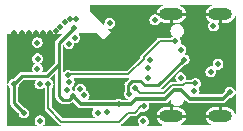
<source format=gbr>
%TF.GenerationSoftware,KiCad,Pcbnew,7.0.10*%
%TF.CreationDate,2024-07-12T16:17:24+02:00*%
%TF.ProjectId,MouthIO_v3,4d6f7574-6849-44f5-9f76-332e6b696361,rev?*%
%TF.SameCoordinates,Original*%
%TF.FileFunction,Copper,L2,Inr*%
%TF.FilePolarity,Positive*%
%FSLAX46Y46*%
G04 Gerber Fmt 4.6, Leading zero omitted, Abs format (unit mm)*
G04 Created by KiCad (PCBNEW 7.0.10) date 2024-07-12 16:17:24*
%MOMM*%
%LPD*%
G01*
G04 APERTURE LIST*
%TA.AperFunction,ComponentPad*%
%ADD10O,2.000000X1.000000*%
%TD*%
%TA.AperFunction,ViaPad*%
%ADD11C,0.504800*%
%TD*%
%TA.AperFunction,Conductor*%
%ADD12C,0.250000*%
%TD*%
%TA.AperFunction,Conductor*%
%ADD13C,0.300000*%
%TD*%
%TA.AperFunction,Conductor*%
%ADD14C,0.200000*%
%TD*%
G04 APERTURE END LIST*
D10*
%TO.N,GND*%
%TO.C,USB-C0*%
X151901100Y-100683600D03*
X151901100Y-109323600D03*
X156051100Y-100683600D03*
X156051100Y-109323600D03*
%TD*%
D11*
%TO.N,GND*%
X148330000Y-109870000D03*
X148921100Y-103293600D03*
X146501100Y-105003600D03*
X143863120Y-101126942D03*
X140440000Y-102303600D03*
X143237600Y-109227600D03*
X141020000Y-102303600D03*
X142120832Y-102117974D03*
X146501100Y-103803600D03*
X139235745Y-102290884D03*
X145251100Y-100303600D03*
X146501100Y-106343600D03*
X143340000Y-101127400D03*
X145301100Y-105003600D03*
X139837692Y-102314308D03*
X142490000Y-101760000D03*
X142875000Y-101375000D03*
X138532409Y-109162963D03*
X155719063Y-106076958D03*
X140790000Y-109000000D03*
X141580000Y-102303600D03*
X145993538Y-101206000D03*
X138600000Y-102300000D03*
X147701100Y-105003600D03*
%TO.N,+3V3*%
X152710287Y-103704942D03*
X156840000Y-107300000D03*
X147431100Y-108323600D03*
X143648700Y-101832203D03*
X143545803Y-107614754D03*
X139415665Y-109063902D03*
X155244347Y-105556005D03*
X146691100Y-101453600D03*
X138550000Y-106620000D03*
X155460000Y-101700000D03*
%TO.N,/EN_LDO*%
X153932400Y-106557600D03*
X148831928Y-106904431D03*
%TO.N,Net-(D2-PadA)*%
X149551475Y-108502012D03*
X141461437Y-106617600D03*
%TO.N,+VBAT*%
X153830000Y-107200000D03*
X150501100Y-101162200D03*
X155845189Y-104936042D03*
%TO.N,Net-(R1-Pad2)*%
X143061549Y-107102656D03*
%TO.N,Net-(USB-C0-CC1)*%
X152690000Y-106070000D03*
%TO.N,Net-(USB-C0-CC2)*%
X149922593Y-106130615D03*
%TO.N,/GPIO19_DP*%
X150101100Y-104603600D03*
%TO.N,/GPIO18_DM*%
X149951100Y-105253600D03*
%TO.N,/GPIO6_DIN*%
X144200816Y-107043609D03*
%TO.N,/GPIO5_BUTTON*%
X143256000Y-106426000D03*
X149525590Y-109750299D03*
%TO.N,/GPIO4_ADC*%
X152232217Y-102975112D03*
X143151100Y-105853600D03*
%TO.N,/GPIO0_CS0*%
X143708033Y-102690000D03*
X140540000Y-103090000D03*
%TO.N,/GPIO1_CS1*%
X143213279Y-103191961D03*
X140556181Y-105289737D03*
%TO.N,/GPIO10_SCL*%
X140777573Y-109704693D03*
X146427859Y-108948437D03*
%TO.N,/GPIO9_STRP_SDA*%
X145648595Y-109024246D03*
X140755600Y-106609878D03*
%TO.N,/GPIO7_CSEND*%
X140568809Y-104461155D03*
X144520000Y-107570000D03*
%TO.N,Net-(U3-ISEL2)*%
X152981709Y-104529067D03*
X148351294Y-107458514D03*
%TD*%
D12*
%TO.N,+3V3*%
X141370000Y-105920000D02*
X139250000Y-105920000D01*
D13*
X143545803Y-107614754D02*
X144254649Y-108323600D01*
D12*
X143209557Y-107951000D02*
X142721933Y-107951000D01*
X142370000Y-104920000D02*
X141370000Y-105920000D01*
D13*
X156840000Y-107300000D02*
X156300000Y-107840000D01*
X148489155Y-108323600D02*
X147431100Y-108323600D01*
D12*
X143545803Y-107614754D02*
X143209557Y-107951000D01*
X139250000Y-105920000D02*
X138550000Y-106620000D01*
X142370000Y-103110903D02*
X143648700Y-101832203D01*
X142721933Y-107951000D02*
X142370000Y-107599067D01*
D13*
X144254649Y-108323600D02*
X147431100Y-108323600D01*
X152100000Y-107120000D02*
X151330000Y-107890000D01*
X152720000Y-107120000D02*
X152100000Y-107120000D01*
X153440000Y-107840000D02*
X152720000Y-107120000D01*
X156300000Y-107840000D02*
X153440000Y-107840000D01*
D12*
X142370000Y-107599067D02*
X142370000Y-104920000D01*
D13*
X151330000Y-107890000D02*
X148922755Y-107890000D01*
D12*
X138550000Y-108198237D02*
X139415665Y-109063902D01*
X138550000Y-106620000D02*
X138550000Y-108198237D01*
D13*
X148922755Y-107890000D02*
X148489155Y-108323600D01*
D12*
X142370000Y-104920000D02*
X142370000Y-103110903D01*
D14*
%TO.N,/EN_LDO*%
X151292999Y-107340000D02*
X149267497Y-107340000D01*
X153048801Y-106557600D02*
X152887801Y-106718600D01*
X153932400Y-106557600D02*
X153048801Y-106557600D01*
X152887801Y-106718600D02*
X151914399Y-106718600D01*
X151914399Y-106718600D02*
X151292999Y-107340000D01*
X149267497Y-107340000D02*
X148831928Y-106904431D01*
%TO.N,Net-(D2-PadA)*%
X147490242Y-109780000D02*
X148248642Y-109021600D01*
X149307988Y-108502012D02*
X149551475Y-108502012D01*
X142570000Y-109780000D02*
X147490242Y-109780000D01*
X148248642Y-109021600D02*
X148788400Y-109021600D01*
X141461437Y-106617600D02*
X141461437Y-108671437D01*
X148788400Y-109021600D02*
X149307988Y-108502012D01*
X141461437Y-108671437D02*
X142570000Y-109780000D01*
%TO.N,/GPIO4_ADC*%
X149548700Y-104351300D02*
X150924888Y-102975112D01*
X148261100Y-105783600D02*
X149548700Y-104496000D01*
X143151100Y-105853600D02*
X143221100Y-105783600D01*
X149548700Y-104496000D02*
X149548700Y-104351300D01*
X150924888Y-102975112D02*
X152232217Y-102975112D01*
X143221100Y-105783600D02*
X148261100Y-105783600D01*
D12*
%TO.N,Net-(U3-ISEL2)*%
X150802761Y-106708015D02*
X152981709Y-104529067D01*
X149658015Y-106708015D02*
X150802761Y-106708015D01*
X148254528Y-106665264D02*
X148592761Y-106327031D01*
X148351294Y-107458514D02*
X148254528Y-107361748D01*
X149277031Y-106327031D02*
X149658015Y-106708015D01*
X148254528Y-107361748D02*
X148254528Y-106665264D01*
X148592761Y-106327031D02*
X149277031Y-106327031D01*
%TD*%
%TA.AperFunction,Conductor*%
%TO.N,GND*%
G36*
X140399416Y-106259852D02*
G01*
X140413768Y-106294500D01*
X140401800Y-106326588D01*
X140370681Y-106362500D01*
X140370680Y-106362502D01*
X140316575Y-106480971D01*
X140298043Y-106609876D01*
X140298043Y-106609879D01*
X140316575Y-106738784D01*
X140331652Y-106771797D01*
X140370679Y-106857252D01*
X140370680Y-106857253D01*
X140370681Y-106857255D01*
X140455962Y-106955675D01*
X140455964Y-106955677D01*
X140565524Y-107026086D01*
X140565526Y-107026087D01*
X140590824Y-107033515D01*
X140690483Y-107062778D01*
X140690488Y-107062778D01*
X140820712Y-107062778D01*
X140820717Y-107062778D01*
X140927643Y-107031380D01*
X140945673Y-107026087D01*
X140945673Y-107026086D01*
X140945676Y-107026086D01*
X141055236Y-106955677D01*
X141068141Y-106940782D01*
X141101674Y-106923996D01*
X141137259Y-106935838D01*
X141142201Y-106940780D01*
X141148966Y-106948586D01*
X141160937Y-106980677D01*
X141160937Y-108614427D01*
X141159261Y-108624698D01*
X141159291Y-108624703D01*
X141158664Y-108629196D01*
X141158664Y-108629201D01*
X141158664Y-108629202D01*
X141160074Y-108659692D01*
X141160885Y-108677246D01*
X141160937Y-108679508D01*
X141160937Y-108699280D01*
X141161596Y-108702806D01*
X141162378Y-108709546D01*
X141162971Y-108722383D01*
X141163852Y-108741427D01*
X141163852Y-108741431D01*
X141170165Y-108755728D01*
X141173504Y-108766512D01*
X141176375Y-108781866D01*
X141176377Y-108781872D01*
X141193171Y-108808996D01*
X141196334Y-108814997D01*
X141209229Y-108844201D01*
X141209230Y-108844202D01*
X141220279Y-108855250D01*
X141227289Y-108864099D01*
X141232600Y-108872676D01*
X141235518Y-108877389D01*
X141260987Y-108896622D01*
X141266106Y-108901077D01*
X142317200Y-109952171D01*
X142323281Y-109960621D01*
X142323305Y-109960604D01*
X142326040Y-109964225D01*
X142326042Y-109964228D01*
X142361608Y-109996651D01*
X142363222Y-109998193D01*
X142377198Y-110012170D01*
X142377201Y-110012172D01*
X142377203Y-110012174D01*
X142380163Y-110014201D01*
X142385476Y-110018410D01*
X142409067Y-110039916D01*
X142423641Y-110045561D01*
X142433626Y-110050825D01*
X142446519Y-110059657D01*
X142477595Y-110066966D01*
X142484065Y-110068970D01*
X142491432Y-110071824D01*
X142518555Y-110097724D01*
X142519419Y-110135217D01*
X142493519Y-110162340D01*
X142474007Y-110166513D01*
X141051252Y-110174596D01*
X141016523Y-110160442D01*
X141001975Y-110125875D01*
X141016129Y-110091146D01*
X141024474Y-110084382D01*
X141077209Y-110050492D01*
X141162494Y-109952067D01*
X141216596Y-109833602D01*
X141216596Y-109833600D01*
X141216597Y-109833599D01*
X141235130Y-109704694D01*
X141235130Y-109704691D01*
X141216597Y-109575786D01*
X141204429Y-109549143D01*
X141162494Y-109457319D01*
X141160241Y-109454719D01*
X141077210Y-109358895D01*
X141077209Y-109358894D01*
X140967649Y-109288485D01*
X140967646Y-109288483D01*
X140842691Y-109251793D01*
X140842690Y-109251793D01*
X140712456Y-109251793D01*
X140712454Y-109251793D01*
X140587499Y-109288483D01*
X140477935Y-109358895D01*
X140392654Y-109457315D01*
X140392653Y-109457317D01*
X140338548Y-109575786D01*
X140320016Y-109704691D01*
X140320016Y-109704694D01*
X140338548Y-109833599D01*
X140359378Y-109879208D01*
X140392652Y-109952067D01*
X140392653Y-109952068D01*
X140392654Y-109952070D01*
X140475443Y-110047614D01*
X140477937Y-110050492D01*
X140535455Y-110087456D01*
X140556843Y-110118259D01*
X140550185Y-110155167D01*
X140519380Y-110176556D01*
X140509241Y-110177675D01*
X138053084Y-110191630D01*
X138018355Y-110177476D01*
X138003807Y-110142909D01*
X138003806Y-110142631D01*
X138003806Y-106688627D01*
X138018158Y-106653979D01*
X138052806Y-106639627D01*
X138087454Y-106653979D01*
X138101307Y-106681654D01*
X138110975Y-106748906D01*
X138132589Y-106796233D01*
X138165079Y-106867374D01*
X138165080Y-106867375D01*
X138165081Y-106867377D01*
X138212532Y-106922138D01*
X138224500Y-106954226D01*
X138224500Y-108181878D01*
X138224314Y-108186148D01*
X138220736Y-108227044D01*
X138229991Y-108261586D01*
X138231361Y-108266697D01*
X138232285Y-108270869D01*
X138239411Y-108311281D01*
X138239412Y-108311283D01*
X138243455Y-108318285D01*
X138248351Y-108330104D01*
X138250445Y-108337919D01*
X138273988Y-108371544D01*
X138276284Y-108375148D01*
X138296804Y-108410690D01*
X138296805Y-108410692D01*
X138328253Y-108437079D01*
X138331405Y-108439968D01*
X138947040Y-109055603D01*
X138960893Y-109083278D01*
X138976640Y-109192808D01*
X138986709Y-109214855D01*
X139030744Y-109311276D01*
X139030745Y-109311277D01*
X139030746Y-109311279D01*
X139111522Y-109404500D01*
X139116029Y-109409701D01*
X139215313Y-109473506D01*
X139225591Y-109480111D01*
X139288068Y-109498456D01*
X139350548Y-109516802D01*
X139350553Y-109516802D01*
X139480777Y-109516802D01*
X139480782Y-109516802D01*
X139605741Y-109480110D01*
X139715301Y-109409701D01*
X139800586Y-109311276D01*
X139854688Y-109192811D01*
X139854688Y-109192809D01*
X139854689Y-109192808D01*
X139873222Y-109063903D01*
X139873222Y-109063900D01*
X139854689Y-108934995D01*
X139839050Y-108900752D01*
X139800586Y-108816528D01*
X139799259Y-108814997D01*
X139715302Y-108718104D01*
X139715301Y-108718103D01*
X139605741Y-108647694D01*
X139605738Y-108647692D01*
X139480783Y-108611002D01*
X139480782Y-108611002D01*
X139443388Y-108611002D01*
X139408740Y-108596650D01*
X138889852Y-108077762D01*
X138875500Y-108043114D01*
X138875500Y-106954226D01*
X138887468Y-106922138D01*
X138893913Y-106914700D01*
X138934921Y-106867374D01*
X138989023Y-106748909D01*
X138989023Y-106748907D01*
X138989024Y-106748906D01*
X139004770Y-106639377D01*
X139018621Y-106611703D01*
X139370475Y-106259852D01*
X139405123Y-106245500D01*
X140364768Y-106245500D01*
X140399416Y-106259852D01*
G37*
%TD.AperFunction*%
%TA.AperFunction,Conductor*%
G36*
X157337162Y-107419558D02*
G01*
X157362717Y-107447007D01*
X157365806Y-107464130D01*
X157365806Y-109081434D01*
X157351454Y-109116082D01*
X157316806Y-109130434D01*
X157282158Y-109116082D01*
X157271813Y-109100842D01*
X157205040Y-108946046D01*
X157205040Y-108946045D01*
X157100343Y-108805414D01*
X156966037Y-108692717D01*
X156809362Y-108614032D01*
X156809360Y-108614031D01*
X156638761Y-108573600D01*
X156176100Y-108573600D01*
X156176100Y-109050299D01*
X156107180Y-109023600D01*
X156023298Y-109023600D01*
X155940850Y-109039012D01*
X155926100Y-109048144D01*
X155926100Y-108573600D01*
X155507421Y-108573600D01*
X155376959Y-108588848D01*
X155376958Y-108588849D01*
X155212213Y-108648811D01*
X155212209Y-108648813D01*
X155065728Y-108745154D01*
X155065723Y-108745158D01*
X154945416Y-108872676D01*
X154945411Y-108872683D01*
X154857751Y-109024515D01*
X154857747Y-109024524D01*
X154807467Y-109192470D01*
X154807465Y-109192480D01*
X154807109Y-109198600D01*
X155774758Y-109198600D01*
X155747205Y-109295440D01*
X155757554Y-109407121D01*
X155778208Y-109448600D01*
X154811571Y-109448600D01*
X154827716Y-109540165D01*
X154827716Y-109540166D01*
X154897159Y-109701153D01*
X154897159Y-109701154D01*
X155001856Y-109841785D01*
X155136162Y-109954482D01*
X155229548Y-110001382D01*
X155254070Y-110029757D01*
X155251345Y-110067161D01*
X155222970Y-110091683D01*
X155207835Y-110094169D01*
X152716105Y-110108325D01*
X152681376Y-110094171D01*
X152666828Y-110059604D01*
X152680982Y-110024875D01*
X152699069Y-110013281D01*
X152739983Y-109998390D01*
X152739990Y-109998386D01*
X152886471Y-109902045D01*
X152886476Y-109902041D01*
X153006783Y-109774523D01*
X153006788Y-109774516D01*
X153094448Y-109622684D01*
X153094452Y-109622675D01*
X153144732Y-109454729D01*
X153144734Y-109454719D01*
X153145091Y-109448600D01*
X152177442Y-109448600D01*
X152204995Y-109351760D01*
X152194646Y-109240079D01*
X152173992Y-109198600D01*
X153140628Y-109198600D01*
X153124483Y-109107034D01*
X153124483Y-109107033D01*
X153055040Y-108946046D01*
X153055040Y-108946045D01*
X152950343Y-108805414D01*
X152816037Y-108692717D01*
X152659362Y-108614032D01*
X152659360Y-108614031D01*
X152488761Y-108573600D01*
X152026100Y-108573600D01*
X152026100Y-109050299D01*
X151957180Y-109023600D01*
X151873298Y-109023600D01*
X151790850Y-109039012D01*
X151776100Y-109048144D01*
X151776100Y-108573600D01*
X151357421Y-108573600D01*
X151226959Y-108588848D01*
X151226958Y-108588849D01*
X151062213Y-108648811D01*
X151062209Y-108648813D01*
X150915728Y-108745154D01*
X150915723Y-108745158D01*
X150795416Y-108872676D01*
X150795411Y-108872683D01*
X150707751Y-109024515D01*
X150707747Y-109024524D01*
X150657467Y-109192470D01*
X150657465Y-109192480D01*
X150657109Y-109198600D01*
X151624758Y-109198600D01*
X151597205Y-109295440D01*
X151607554Y-109407121D01*
X151628208Y-109448600D01*
X150661571Y-109448600D01*
X150677716Y-109540165D01*
X150677716Y-109540166D01*
X150747159Y-109701153D01*
X150747159Y-109701154D01*
X150851856Y-109841785D01*
X150986162Y-109954482D01*
X151125969Y-110024696D01*
X151150491Y-110053071D01*
X151147766Y-110090475D01*
X151119391Y-110114997D01*
X151104256Y-110117483D01*
X149908381Y-110124277D01*
X149873652Y-110110123D01*
X149859104Y-110075556D01*
X149871071Y-110043190D01*
X149896193Y-110014197D01*
X149910511Y-109997673D01*
X149964613Y-109879208D01*
X149964613Y-109879206D01*
X149964614Y-109879205D01*
X149983147Y-109750300D01*
X149983147Y-109750297D01*
X149964614Y-109621392D01*
X149931618Y-109549143D01*
X149910511Y-109502925D01*
X149890213Y-109479500D01*
X149825227Y-109404501D01*
X149825226Y-109404500D01*
X149715666Y-109334091D01*
X149715663Y-109334089D01*
X149590708Y-109297399D01*
X149590707Y-109297399D01*
X149460473Y-109297399D01*
X149460471Y-109297399D01*
X149335516Y-109334089D01*
X149225952Y-109404501D01*
X149140671Y-109502921D01*
X149140670Y-109502923D01*
X149086565Y-109621392D01*
X149068033Y-109750297D01*
X149068033Y-109750300D01*
X149086565Y-109879205D01*
X149115614Y-109942812D01*
X149140669Y-109997673D01*
X149140670Y-109997674D01*
X149140671Y-109997676D01*
X149183856Y-110047514D01*
X149195699Y-110083098D01*
X149178912Y-110116634D01*
X149147102Y-110128601D01*
X147658092Y-110137061D01*
X147623363Y-110122907D01*
X147608815Y-110088340D01*
X147622969Y-110053611D01*
X147638017Y-110043239D01*
X147663007Y-110032206D01*
X147674061Y-110021150D01*
X147682904Y-110014146D01*
X147696194Y-110005919D01*
X147715433Y-109980440D01*
X147719876Y-109975335D01*
X148358762Y-109336452D01*
X148393410Y-109322100D01*
X148731390Y-109322100D01*
X148741661Y-109323775D01*
X148741666Y-109323746D01*
X148746159Y-109324372D01*
X148746161Y-109324371D01*
X148746165Y-109324373D01*
X148792736Y-109322220D01*
X148794211Y-109322152D01*
X148796473Y-109322100D01*
X148816243Y-109322100D01*
X148816244Y-109322100D01*
X148819765Y-109321441D01*
X148826507Y-109320658D01*
X148858392Y-109319185D01*
X148872693Y-109312869D01*
X148883471Y-109309532D01*
X148898833Y-109306661D01*
X148925970Y-109289858D01*
X148931950Y-109286705D01*
X148961165Y-109273806D01*
X148972219Y-109262750D01*
X148981062Y-109255746D01*
X148994352Y-109247519D01*
X149013591Y-109222040D01*
X149018034Y-109216935D01*
X149306692Y-108928277D01*
X149341339Y-108913926D01*
X149357945Y-108917541D01*
X149358036Y-108917233D01*
X149418521Y-108934993D01*
X149486358Y-108954912D01*
X149486363Y-108954912D01*
X149616587Y-108954912D01*
X149616592Y-108954912D01*
X149741551Y-108918220D01*
X149851111Y-108847811D01*
X149936396Y-108749386D01*
X149990498Y-108630921D01*
X149990498Y-108630919D01*
X149990499Y-108630918D01*
X150009032Y-108502013D01*
X150009032Y-108502010D01*
X149990498Y-108373104D01*
X149990498Y-108373102D01*
X149961614Y-108309855D01*
X149960275Y-108272376D01*
X149985831Y-108244928D01*
X150006186Y-108240500D01*
X151288567Y-108240500D01*
X151298622Y-108241543D01*
X151302566Y-108242369D01*
X151315315Y-108245043D01*
X151348743Y-108240876D01*
X151354804Y-108240500D01*
X151359038Y-108240500D01*
X151359040Y-108240500D01*
X151379554Y-108237076D01*
X151381531Y-108236788D01*
X151431393Y-108230573D01*
X151431640Y-108230452D01*
X151445105Y-108226137D01*
X151445381Y-108226092D01*
X151489560Y-108202181D01*
X151491356Y-108201258D01*
X151504072Y-108195042D01*
X151536484Y-108179198D01*
X151536680Y-108179001D01*
X151548014Y-108170549D01*
X151548258Y-108170418D01*
X151582296Y-108133441D01*
X151583652Y-108132028D01*
X151750543Y-107965137D01*
X151785190Y-107950786D01*
X151819838Y-107965138D01*
X151833771Y-107993390D01*
X151840412Y-108043835D01*
X151898399Y-108183828D01*
X151898402Y-108183833D01*
X151963818Y-108269085D01*
X151990649Y-108304051D01*
X152110867Y-108396298D01*
X152110869Y-108396298D01*
X152110871Y-108396300D01*
X152209320Y-108437079D01*
X152250864Y-108454287D01*
X152363380Y-108469100D01*
X152363384Y-108469100D01*
X152438816Y-108469100D01*
X152438820Y-108469100D01*
X152551336Y-108454287D01*
X152691333Y-108396298D01*
X152811551Y-108304051D01*
X152903798Y-108183833D01*
X152961787Y-108043836D01*
X152970499Y-107977660D01*
X152989251Y-107945183D01*
X153025476Y-107935476D01*
X153053726Y-107949408D01*
X153077419Y-107973100D01*
X153162859Y-108058540D01*
X153169232Y-108066387D01*
X153178563Y-108080669D01*
X153205146Y-108101359D01*
X153209698Y-108105379D01*
X153212694Y-108108375D01*
X153229555Y-108120413D01*
X153229594Y-108120441D01*
X153231218Y-108121652D01*
X153246397Y-108133466D01*
X153270874Y-108152517D01*
X153271141Y-108152608D01*
X153283705Y-108159076D01*
X153283934Y-108159240D01*
X153332084Y-108173575D01*
X153334003Y-108174190D01*
X153339666Y-108176134D01*
X153381512Y-108190500D01*
X153381797Y-108190500D01*
X153395770Y-108192535D01*
X153396046Y-108192617D01*
X153446227Y-108190541D01*
X153448250Y-108190500D01*
X156258567Y-108190500D01*
X156268622Y-108191543D01*
X156272566Y-108192369D01*
X156285315Y-108195043D01*
X156318743Y-108190876D01*
X156324804Y-108190500D01*
X156329038Y-108190500D01*
X156329040Y-108190500D01*
X156349554Y-108187076D01*
X156351531Y-108186788D01*
X156401393Y-108180573D01*
X156401640Y-108180452D01*
X156415105Y-108176137D01*
X156415381Y-108176092D01*
X156459560Y-108152181D01*
X156461356Y-108151258D01*
X156506484Y-108129198D01*
X156506680Y-108129001D01*
X156518014Y-108120549D01*
X156518258Y-108120418D01*
X156552296Y-108083441D01*
X156553652Y-108082028D01*
X156868430Y-107767252D01*
X156901656Y-107753488D01*
X156901644Y-107753399D01*
X156901995Y-107753348D01*
X156903078Y-107752900D01*
X156905112Y-107752900D01*
X156905117Y-107752900D01*
X157030076Y-107716208D01*
X157139636Y-107645799D01*
X157224921Y-107547374D01*
X157272234Y-107443773D01*
X157299683Y-107418219D01*
X157337162Y-107419558D01*
G37*
%TD.AperFunction*%
%TA.AperFunction,Conductor*%
G36*
X142030148Y-105789473D02*
G01*
X142044500Y-105824121D01*
X142044500Y-107582708D01*
X142044314Y-107586978D01*
X142040736Y-107627874D01*
X142051361Y-107667527D01*
X142052285Y-107671699D01*
X142059411Y-107712111D01*
X142059412Y-107712113D01*
X142063455Y-107719115D01*
X142068351Y-107730934D01*
X142070445Y-107738749D01*
X142093988Y-107772374D01*
X142096284Y-107775978D01*
X142116804Y-107811520D01*
X142116805Y-107811522D01*
X142148253Y-107837909D01*
X142151405Y-107840798D01*
X142480207Y-108169601D01*
X142483095Y-108172753D01*
X142509474Y-108204191D01*
X142509476Y-108204192D01*
X142509478Y-108204194D01*
X142545032Y-108224720D01*
X142548622Y-108227007D01*
X142582249Y-108250553D01*
X142590061Y-108252646D01*
X142601878Y-108257541D01*
X142608888Y-108261588D01*
X142649328Y-108268718D01*
X142653480Y-108269639D01*
X142693126Y-108280263D01*
X142734013Y-108276686D01*
X142738283Y-108276500D01*
X143193198Y-108276500D01*
X143197468Y-108276686D01*
X143200243Y-108276928D01*
X143238364Y-108280264D01*
X143278014Y-108269638D01*
X143282175Y-108268715D01*
X143322602Y-108261588D01*
X143329611Y-108257540D01*
X143341428Y-108252646D01*
X143349241Y-108250554D01*
X143382871Y-108227004D01*
X143386442Y-108224729D01*
X143422012Y-108204194D01*
X143448411Y-108172731D01*
X143451281Y-108169601D01*
X143493478Y-108127403D01*
X143528124Y-108113053D01*
X143562772Y-108127405D01*
X143977510Y-108542143D01*
X143983882Y-108549989D01*
X143993212Y-108564269D01*
X144005201Y-108573600D01*
X144019791Y-108584956D01*
X144024343Y-108588976D01*
X144027342Y-108591975D01*
X144044278Y-108604068D01*
X144045900Y-108605278D01*
X144085518Y-108636114D01*
X144085521Y-108636115D01*
X144085523Y-108636117D01*
X144085790Y-108636208D01*
X144098353Y-108642676D01*
X144098581Y-108642839D01*
X144098582Y-108642839D01*
X144098583Y-108642840D01*
X144146751Y-108657180D01*
X144148607Y-108657774D01*
X144196161Y-108674100D01*
X144196447Y-108674100D01*
X144210420Y-108676135D01*
X144210696Y-108676217D01*
X144260875Y-108674141D01*
X144262900Y-108674100D01*
X145245431Y-108674100D01*
X145280079Y-108688452D01*
X145294431Y-108723100D01*
X145282463Y-108755188D01*
X145263676Y-108776868D01*
X145263675Y-108776870D01*
X145209570Y-108895339D01*
X145191038Y-109024244D01*
X145191038Y-109024247D01*
X145209570Y-109153152D01*
X145229053Y-109195812D01*
X145263674Y-109271620D01*
X145263675Y-109271621D01*
X145263676Y-109271623D01*
X145348959Y-109370045D01*
X145378887Y-109389279D01*
X145400276Y-109420084D01*
X145393617Y-109456991D01*
X145362812Y-109478380D01*
X145352396Y-109479500D01*
X142714767Y-109479500D01*
X142680119Y-109465148D01*
X141776289Y-108561318D01*
X141761937Y-108526670D01*
X141761937Y-106980677D01*
X141773905Y-106948589D01*
X141777432Y-106944519D01*
X141846358Y-106864974D01*
X141900460Y-106746509D01*
X141900460Y-106746507D01*
X141900461Y-106746506D01*
X141918994Y-106617601D01*
X141918994Y-106617598D01*
X141900461Y-106488693D01*
X141890276Y-106466392D01*
X141846358Y-106370226D01*
X141844570Y-106368163D01*
X141761074Y-106271802D01*
X141761073Y-106271801D01*
X141651513Y-106201392D01*
X141651510Y-106201391D01*
X141651507Y-106201389D01*
X141651446Y-106201371D01*
X141651417Y-106201347D01*
X141648322Y-106199934D01*
X141648683Y-106199143D01*
X141622250Y-106177833D01*
X141618249Y-106140544D01*
X141630611Y-106119713D01*
X141960853Y-105789472D01*
X141995500Y-105775121D01*
X142030148Y-105789473D01*
G37*
%TD.AperFunction*%
%TA.AperFunction,Conductor*%
G36*
X148214361Y-106085775D02*
G01*
X148214366Y-106085746D01*
X148218859Y-106086372D01*
X148218861Y-106086371D01*
X148218865Y-106086373D01*
X148254220Y-106084738D01*
X148289493Y-106097475D01*
X148305430Y-106131423D01*
X148292693Y-106166697D01*
X148291130Y-106168334D01*
X148035931Y-106423533D01*
X148032781Y-106426420D01*
X148001334Y-106452808D01*
X147980805Y-106488363D01*
X147978510Y-106491966D01*
X147954973Y-106525581D01*
X147954972Y-106525581D01*
X147952879Y-106533396D01*
X147947986Y-106545209D01*
X147943942Y-106552214D01*
X147943938Y-106552224D01*
X147936815Y-106592621D01*
X147935891Y-106596793D01*
X147925264Y-106636457D01*
X147925541Y-106639627D01*
X147928842Y-106677351D01*
X147929028Y-106681621D01*
X147929028Y-107282252D01*
X147924600Y-107302607D01*
X147912269Y-107329606D01*
X147893737Y-107458512D01*
X147893737Y-107458515D01*
X147912269Y-107587420D01*
X147938930Y-107645797D01*
X147966373Y-107705888D01*
X147966374Y-107705889D01*
X147966375Y-107705891D01*
X148051656Y-107804311D01*
X148051658Y-107804313D01*
X148106072Y-107839282D01*
X148161220Y-107874723D01*
X148169264Y-107877085D01*
X148198465Y-107900617D01*
X148202474Y-107937905D01*
X148178942Y-107967106D01*
X148155459Y-107973100D01*
X147737809Y-107973100D01*
X147711318Y-107965322D01*
X147621173Y-107907390D01*
X147496218Y-107870700D01*
X147496217Y-107870700D01*
X147365983Y-107870700D01*
X147365981Y-107870700D01*
X147241026Y-107907390D01*
X147150882Y-107965322D01*
X147124391Y-107973100D01*
X144877280Y-107973100D01*
X144842632Y-107958748D01*
X144828280Y-107924100D01*
X144840248Y-107892012D01*
X144904918Y-107817377D01*
X144904921Y-107817374D01*
X144959023Y-107698909D01*
X144959023Y-107698907D01*
X144959024Y-107698906D01*
X144977557Y-107570001D01*
X144977557Y-107569998D01*
X144959024Y-107441093D01*
X144949189Y-107419558D01*
X144904921Y-107322626D01*
X144876348Y-107289651D01*
X144819637Y-107224202D01*
X144819636Y-107224201D01*
X144710076Y-107153792D01*
X144710073Y-107153791D01*
X144686004Y-107146723D01*
X144656803Y-107123190D01*
X144651309Y-107092736D01*
X144658373Y-107043609D01*
X144658373Y-107043607D01*
X144639840Y-106914702D01*
X144632233Y-106898046D01*
X144585737Y-106796235D01*
X144564563Y-106771799D01*
X144500453Y-106697811D01*
X144500452Y-106697810D01*
X144390892Y-106627401D01*
X144390889Y-106627399D01*
X144265934Y-106590709D01*
X144265933Y-106590709D01*
X144135699Y-106590709D01*
X144135697Y-106590709D01*
X144010742Y-106627399D01*
X143901178Y-106697811D01*
X143815897Y-106796231D01*
X143815896Y-106796233D01*
X143761791Y-106914702D01*
X143743259Y-107043607D01*
X143743259Y-107043610D01*
X143755991Y-107132168D01*
X143746716Y-107168506D01*
X143714463Y-107187642D01*
X143693685Y-107186156D01*
X143610921Y-107161854D01*
X143610920Y-107161854D01*
X143567144Y-107161854D01*
X143532496Y-107147502D01*
X143518144Y-107112854D01*
X143518642Y-107105884D01*
X143519106Y-107102655D01*
X143519106Y-107102653D01*
X143500573Y-106973749D01*
X143492320Y-106955678D01*
X143459401Y-106883598D01*
X143458063Y-106846122D01*
X143477480Y-106822025D01*
X143555636Y-106771799D01*
X143640921Y-106673374D01*
X143695023Y-106554909D01*
X143695023Y-106554907D01*
X143695024Y-106554906D01*
X143713557Y-106426001D01*
X143713557Y-106425998D01*
X143695024Y-106297093D01*
X143683473Y-106271801D01*
X143640921Y-106178626D01*
X143640763Y-106178444D01*
X143629278Y-106165189D01*
X143617434Y-106129605D01*
X143634220Y-106096069D01*
X143666309Y-106084100D01*
X148204090Y-106084100D01*
X148214361Y-106085775D01*
G37*
%TD.AperFunction*%
%TA.AperFunction,Conductor*%
G36*
X151145647Y-99904262D02*
G01*
X151159999Y-99938910D01*
X151145647Y-99973558D01*
X151127758Y-99984955D01*
X151062213Y-100008811D01*
X151062209Y-100008813D01*
X150915728Y-100105154D01*
X150915723Y-100105158D01*
X150795416Y-100232676D01*
X150795411Y-100232683D01*
X150707751Y-100384515D01*
X150707747Y-100384524D01*
X150657467Y-100552470D01*
X150657465Y-100552480D01*
X150657109Y-100558600D01*
X151624758Y-100558600D01*
X151597205Y-100655440D01*
X151607554Y-100767121D01*
X151628208Y-100808600D01*
X150802985Y-100808600D01*
X150776494Y-100800822D01*
X150691173Y-100745990D01*
X150566218Y-100709300D01*
X150566217Y-100709300D01*
X150435983Y-100709300D01*
X150435981Y-100709300D01*
X150311026Y-100745990D01*
X150201462Y-100816402D01*
X150116181Y-100914822D01*
X150116180Y-100914824D01*
X150062075Y-101033293D01*
X150043543Y-101162198D01*
X150043543Y-101162201D01*
X150062075Y-101291106D01*
X150086335Y-101344226D01*
X150116179Y-101409574D01*
X150116180Y-101409575D01*
X150116181Y-101409577D01*
X150182752Y-101486404D01*
X150201464Y-101507999D01*
X150311024Y-101578408D01*
X150311026Y-101578409D01*
X150332891Y-101584829D01*
X150435983Y-101615100D01*
X150435988Y-101615100D01*
X150566212Y-101615100D01*
X150566217Y-101615100D01*
X150691176Y-101578408D01*
X150800736Y-101507999D01*
X150886021Y-101409574D01*
X150918906Y-101337565D01*
X150946354Y-101312010D01*
X150983833Y-101313349D01*
X150985469Y-101314133D01*
X151142837Y-101393167D01*
X151142839Y-101393168D01*
X151313439Y-101433600D01*
X151776100Y-101433600D01*
X151776100Y-100956900D01*
X151845020Y-100983600D01*
X151928902Y-100983600D01*
X152011350Y-100968188D01*
X152026100Y-100959055D01*
X152026100Y-101433600D01*
X152444779Y-101433600D01*
X152575240Y-101418351D01*
X152575241Y-101418350D01*
X152739986Y-101358388D01*
X152739990Y-101358386D01*
X152886471Y-101262045D01*
X152886476Y-101262041D01*
X153006783Y-101134523D01*
X153006788Y-101134516D01*
X153094448Y-100982684D01*
X153094452Y-100982675D01*
X153144732Y-100814729D01*
X153144734Y-100814719D01*
X153145091Y-100808600D01*
X152177442Y-100808600D01*
X152204995Y-100711760D01*
X152194646Y-100600079D01*
X152173992Y-100558600D01*
X153140628Y-100558600D01*
X153124483Y-100467034D01*
X153124483Y-100467033D01*
X153055040Y-100306046D01*
X153055040Y-100306045D01*
X152950343Y-100165414D01*
X152816037Y-100052717D01*
X152676617Y-99982698D01*
X152652095Y-99954323D01*
X152654820Y-99916919D01*
X152683195Y-99892397D01*
X152698608Y-99889910D01*
X155260999Y-99889910D01*
X155295647Y-99904262D01*
X155309999Y-99938910D01*
X155295647Y-99973558D01*
X155277758Y-99984955D01*
X155212213Y-100008811D01*
X155212209Y-100008813D01*
X155065728Y-100105154D01*
X155065723Y-100105158D01*
X154945416Y-100232676D01*
X154945411Y-100232683D01*
X154857751Y-100384515D01*
X154857747Y-100384524D01*
X154807467Y-100552470D01*
X154807465Y-100552480D01*
X154807109Y-100558600D01*
X155774758Y-100558600D01*
X155747205Y-100655440D01*
X155757554Y-100767121D01*
X155778208Y-100808600D01*
X154811571Y-100808600D01*
X154827716Y-100900165D01*
X154827716Y-100900166D01*
X154897159Y-101061153D01*
X154897159Y-101061154D01*
X155001856Y-101201785D01*
X155131966Y-101310961D01*
X155149283Y-101344226D01*
X155138005Y-101379994D01*
X155137501Y-101380585D01*
X155075081Y-101452622D01*
X155075080Y-101452624D01*
X155020975Y-101571093D01*
X155002443Y-101699998D01*
X155002443Y-101700001D01*
X155020975Y-101828906D01*
X155050024Y-101892513D01*
X155075079Y-101947374D01*
X155075080Y-101947375D01*
X155075081Y-101947377D01*
X155088934Y-101963364D01*
X155160364Y-102045799D01*
X155265866Y-102113600D01*
X155269926Y-102116209D01*
X155332403Y-102134554D01*
X155394883Y-102152900D01*
X155394888Y-102152900D01*
X155525112Y-102152900D01*
X155525117Y-102152900D01*
X155650076Y-102116208D01*
X155759636Y-102045799D01*
X155844921Y-101947374D01*
X155899023Y-101828909D01*
X155899023Y-101828907D01*
X155899024Y-101828906D01*
X155917557Y-101700001D01*
X155917557Y-101699998D01*
X155899024Y-101571093D01*
X155867906Y-101502956D01*
X155866567Y-101465477D01*
X155892122Y-101438028D01*
X155912478Y-101433600D01*
X155926100Y-101433600D01*
X155926100Y-100956900D01*
X155995020Y-100983600D01*
X156078902Y-100983600D01*
X156161350Y-100968188D01*
X156176100Y-100959055D01*
X156176100Y-101433600D01*
X156594779Y-101433600D01*
X156725240Y-101418351D01*
X156725241Y-101418350D01*
X156889986Y-101358388D01*
X156889990Y-101358386D01*
X157036471Y-101262045D01*
X157036476Y-101262041D01*
X157156783Y-101134523D01*
X157156788Y-101134516D01*
X157244448Y-100982684D01*
X157244452Y-100982673D01*
X157269865Y-100897792D01*
X157293551Y-100868715D01*
X157330859Y-100864904D01*
X157359936Y-100888590D01*
X157365806Y-100911845D01*
X157365806Y-107135869D01*
X157351454Y-107170517D01*
X157316806Y-107184869D01*
X157282158Y-107170517D01*
X157272234Y-107156225D01*
X157257147Y-107123190D01*
X157224921Y-107052626D01*
X157213547Y-107039500D01*
X157139637Y-106954202D01*
X157139636Y-106954201D01*
X157030076Y-106883792D01*
X157030073Y-106883790D01*
X156905118Y-106847100D01*
X156905117Y-106847100D01*
X156774883Y-106847100D01*
X156774881Y-106847100D01*
X156649926Y-106883790D01*
X156540362Y-106954202D01*
X156455081Y-107052622D01*
X156455080Y-107052624D01*
X156400977Y-107171090D01*
X156391165Y-107239331D01*
X156377311Y-107267005D01*
X156272509Y-107371809D01*
X156169170Y-107475148D01*
X156134522Y-107489500D01*
X154271928Y-107489500D01*
X154237280Y-107475148D01*
X154222928Y-107440500D01*
X154227355Y-107420147D01*
X154269023Y-107328909D01*
X154269023Y-107328907D01*
X154269024Y-107328906D01*
X154287557Y-107200001D01*
X154287557Y-107199998D01*
X154269024Y-107071093D01*
X154260588Y-107052622D01*
X154218902Y-106961344D01*
X154217564Y-106923869D01*
X154229866Y-106906156D01*
X154229741Y-106906048D01*
X154230751Y-106904881D01*
X154231398Y-106903951D01*
X154232029Y-106903402D01*
X154232036Y-106903399D01*
X154317321Y-106804974D01*
X154371423Y-106686509D01*
X154371423Y-106686507D01*
X154371424Y-106686506D01*
X154389957Y-106557601D01*
X154389957Y-106557598D01*
X154371424Y-106428693D01*
X154361120Y-106406132D01*
X154317321Y-106310226D01*
X154305941Y-106297093D01*
X154232037Y-106211802D01*
X154232036Y-106211801D01*
X154122476Y-106141392D01*
X154122473Y-106141390D01*
X153997518Y-106104700D01*
X153997517Y-106104700D01*
X153867283Y-106104700D01*
X153867281Y-106104700D01*
X153742326Y-106141390D01*
X153632763Y-106211801D01*
X153608167Y-106240188D01*
X153574631Y-106256975D01*
X153571135Y-106257100D01*
X153177206Y-106257100D01*
X153142558Y-106242748D01*
X153128206Y-106208100D01*
X153128705Y-106201127D01*
X153147557Y-106070001D01*
X153147557Y-106069998D01*
X153129024Y-105941093D01*
X153125029Y-105932346D01*
X153074921Y-105822626D01*
X153058246Y-105803382D01*
X152989637Y-105724202D01*
X152989636Y-105724201D01*
X152880076Y-105653792D01*
X152880073Y-105653790D01*
X152755118Y-105617100D01*
X152755117Y-105617100D01*
X152624883Y-105617100D01*
X152624881Y-105617100D01*
X152499926Y-105653790D01*
X152390362Y-105724202D01*
X152305081Y-105822622D01*
X152305080Y-105822624D01*
X152250975Y-105941093D01*
X152232443Y-106069998D01*
X152232443Y-106070001D01*
X152250975Y-106198906D01*
X152256865Y-106211802D01*
X152305079Y-106317374D01*
X152305080Y-106317375D01*
X152305081Y-106317377D01*
X152322095Y-106337012D01*
X152333938Y-106372596D01*
X152317151Y-106406132D01*
X152285063Y-106418100D01*
X151971409Y-106418100D01*
X151961137Y-106416424D01*
X151961133Y-106416454D01*
X151956639Y-106415827D01*
X151956634Y-106415827D01*
X151915741Y-106417717D01*
X151908588Y-106418048D01*
X151906326Y-106418100D01*
X151886555Y-106418100D01*
X151885598Y-106418278D01*
X151883021Y-106418760D01*
X151876292Y-106419540D01*
X151844405Y-106421015D01*
X151830102Y-106427329D01*
X151819322Y-106430667D01*
X151803969Y-106433538D01*
X151803965Y-106433539D01*
X151776827Y-106450340D01*
X151770830Y-106453500D01*
X151741636Y-106466392D01*
X151741634Y-106466394D01*
X151730584Y-106477443D01*
X151721737Y-106484450D01*
X151708447Y-106492680D01*
X151689213Y-106518149D01*
X151684759Y-106523267D01*
X151182880Y-107025148D01*
X151148232Y-107039500D01*
X151054603Y-107039500D01*
X151019955Y-107025148D01*
X151005603Y-106990500D01*
X151017066Y-106959005D01*
X151041604Y-106929760D01*
X151044482Y-106926618D01*
X152415095Y-105556006D01*
X154786790Y-105556006D01*
X154805322Y-105684911D01*
X154823490Y-105724691D01*
X154859426Y-105803379D01*
X154859427Y-105803380D01*
X154859428Y-105803382D01*
X154928624Y-105883239D01*
X154944711Y-105901804D01*
X155005844Y-105941091D01*
X155054273Y-105972214D01*
X155088293Y-105982203D01*
X155179230Y-106008905D01*
X155179235Y-106008905D01*
X155309459Y-106008905D01*
X155309464Y-106008905D01*
X155434423Y-105972213D01*
X155543983Y-105901804D01*
X155629268Y-105803379D01*
X155683370Y-105684914D01*
X155683370Y-105684912D01*
X155683371Y-105684911D01*
X155701904Y-105556006D01*
X155701904Y-105556003D01*
X155684231Y-105433082D01*
X155693506Y-105396744D01*
X155725759Y-105377608D01*
X155746531Y-105379093D01*
X155780072Y-105388942D01*
X155780077Y-105388942D01*
X155910301Y-105388942D01*
X155910306Y-105388942D01*
X156035265Y-105352250D01*
X156144825Y-105281841D01*
X156230110Y-105183416D01*
X156284212Y-105064951D01*
X156284212Y-105064949D01*
X156284213Y-105064948D01*
X156302746Y-104936043D01*
X156302746Y-104936040D01*
X156284213Y-104807135D01*
X156280218Y-104798388D01*
X156230110Y-104688668D01*
X156203515Y-104657976D01*
X156144826Y-104590244D01*
X156144825Y-104590243D01*
X156035265Y-104519834D01*
X156035262Y-104519832D01*
X155910307Y-104483142D01*
X155910306Y-104483142D01*
X155780072Y-104483142D01*
X155780070Y-104483142D01*
X155655115Y-104519832D01*
X155545551Y-104590244D01*
X155460270Y-104688664D01*
X155460269Y-104688666D01*
X155406164Y-104807135D01*
X155387632Y-104936040D01*
X155387632Y-104936043D01*
X155405304Y-105058964D01*
X155396029Y-105095302D01*
X155363776Y-105114438D01*
X155342999Y-105112952D01*
X155325151Y-105107711D01*
X155309465Y-105103105D01*
X155309464Y-105103105D01*
X155179230Y-105103105D01*
X155179228Y-105103105D01*
X155054273Y-105139795D01*
X154944709Y-105210207D01*
X154859428Y-105308627D01*
X154859427Y-105308629D01*
X154805322Y-105427098D01*
X154786790Y-105556003D01*
X154786790Y-105556006D01*
X152415095Y-105556006D01*
X152974783Y-104996319D01*
X153009431Y-104981967D01*
X153046821Y-104981967D01*
X153046826Y-104981967D01*
X153171785Y-104945275D01*
X153281345Y-104874866D01*
X153366630Y-104776441D01*
X153420732Y-104657976D01*
X153420732Y-104657974D01*
X153420733Y-104657973D01*
X153439266Y-104529068D01*
X153439266Y-104529065D01*
X153420733Y-104400160D01*
X153413233Y-104383737D01*
X153366630Y-104281693D01*
X153352479Y-104265362D01*
X153281346Y-104183269D01*
X153281345Y-104183268D01*
X153175672Y-104115357D01*
X153171782Y-104112857D01*
X153086309Y-104087760D01*
X153073000Y-104083852D01*
X153043800Y-104060321D01*
X153039791Y-104023033D01*
X153049774Y-104004750D01*
X153095205Y-103952319D01*
X153095208Y-103952316D01*
X153149310Y-103833851D01*
X153149310Y-103833849D01*
X153149311Y-103833848D01*
X153167844Y-103704943D01*
X153167844Y-103704940D01*
X153149311Y-103576035D01*
X153131830Y-103537758D01*
X153095208Y-103457568D01*
X153079409Y-103439335D01*
X153009924Y-103359144D01*
X153009923Y-103359143D01*
X152918742Y-103300545D01*
X152900360Y-103288732D01*
X152775405Y-103252042D01*
X152775404Y-103252042D01*
X152679886Y-103252042D01*
X152645238Y-103237690D01*
X152630886Y-103203042D01*
X152635314Y-103182686D01*
X152671240Y-103104021D01*
X152671240Y-103104019D01*
X152671241Y-103104018D01*
X152689774Y-102975113D01*
X152689774Y-102975110D01*
X152671241Y-102846205D01*
X152658775Y-102818909D01*
X152617138Y-102727738D01*
X152617135Y-102727734D01*
X152610173Y-102719699D01*
X152598331Y-102684115D01*
X152615119Y-102650579D01*
X152628451Y-102642344D01*
X152691333Y-102616298D01*
X152811551Y-102524051D01*
X152903798Y-102403833D01*
X152961787Y-102263836D01*
X152981566Y-102113600D01*
X152961787Y-101963364D01*
X152955164Y-101947374D01*
X152903800Y-101823371D01*
X152903797Y-101823366D01*
X152885406Y-101799399D01*
X152811551Y-101703149D01*
X152808720Y-101700977D01*
X152691333Y-101610902D01*
X152691328Y-101610899D01*
X152551335Y-101552912D01*
X152473994Y-101542730D01*
X152438820Y-101538100D01*
X152363380Y-101538100D01*
X152331525Y-101542293D01*
X152250864Y-101552912D01*
X152110871Y-101610899D01*
X152110866Y-101610902D01*
X151990649Y-101703148D01*
X151990648Y-101703149D01*
X151898402Y-101823366D01*
X151898399Y-101823371D01*
X151840412Y-101963364D01*
X151820634Y-102113600D01*
X151840412Y-102263835D01*
X151898399Y-102403828D01*
X151898402Y-102403833D01*
X151992604Y-102526599D01*
X151991195Y-102527680D01*
X152003367Y-102557065D01*
X151989015Y-102591713D01*
X151980858Y-102598286D01*
X151932583Y-102629309D01*
X151932581Y-102629311D01*
X151907984Y-102657700D01*
X151874448Y-102674487D01*
X151870952Y-102674612D01*
X150981899Y-102674612D01*
X150971627Y-102672936D01*
X150971623Y-102672966D01*
X150967129Y-102672339D01*
X150967124Y-102672339D01*
X150926231Y-102674229D01*
X150919078Y-102674560D01*
X150916816Y-102674612D01*
X150897044Y-102674612D01*
X150896087Y-102674790D01*
X150893510Y-102675272D01*
X150886781Y-102676052D01*
X150854895Y-102677527D01*
X150840592Y-102683841D01*
X150829812Y-102687179D01*
X150814458Y-102690050D01*
X150814456Y-102690050D01*
X150801300Y-102698195D01*
X150787321Y-102706850D01*
X150781326Y-102710010D01*
X150752127Y-102722903D01*
X150752122Y-102722907D01*
X150741073Y-102733955D01*
X150732226Y-102740962D01*
X150718936Y-102749192D01*
X150699702Y-102774661D01*
X150695248Y-102779779D01*
X149376525Y-104098502D01*
X149368074Y-104104584D01*
X149368093Y-104104608D01*
X149364468Y-104107345D01*
X149332058Y-104142895D01*
X149330497Y-104144530D01*
X149316533Y-104158494D01*
X149316524Y-104158505D01*
X149314490Y-104161473D01*
X149310287Y-104166778D01*
X149288785Y-104190365D01*
X149288783Y-104190368D01*
X149283136Y-104204944D01*
X149277872Y-104214930D01*
X149269043Y-104227819D01*
X149269043Y-104227820D01*
X149261736Y-104258883D01*
X149259730Y-104265362D01*
X149248200Y-104295128D01*
X149248200Y-104310753D01*
X149246898Y-104321972D01*
X149243321Y-104337176D01*
X149243321Y-104337182D01*
X149244752Y-104347439D01*
X149235325Y-104383737D01*
X149230870Y-104388856D01*
X148150981Y-105468748D01*
X148116333Y-105483100D01*
X143426688Y-105483100D01*
X143400197Y-105475322D01*
X143341173Y-105437390D01*
X143216218Y-105400700D01*
X143216217Y-105400700D01*
X143085983Y-105400700D01*
X143085981Y-105400700D01*
X142961026Y-105437390D01*
X142851462Y-105507802D01*
X142781532Y-105588506D01*
X142747996Y-105605293D01*
X142712412Y-105593450D01*
X142695625Y-105559914D01*
X142695500Y-105556418D01*
X142695500Y-104969305D01*
X142697170Y-104956621D01*
X142699105Y-104949399D01*
X142699264Y-104948807D01*
X142695686Y-104907908D01*
X142695500Y-104903638D01*
X142695500Y-103373667D01*
X142709852Y-103339019D01*
X142744500Y-103324667D01*
X142779148Y-103339019D01*
X142789070Y-103353309D01*
X142828358Y-103439335D01*
X142828359Y-103439336D01*
X142828360Y-103439338D01*
X142861005Y-103477012D01*
X142913643Y-103537760D01*
X143023203Y-103608169D01*
X143023205Y-103608170D01*
X143085682Y-103626515D01*
X143148162Y-103644861D01*
X143148167Y-103644861D01*
X143278391Y-103644861D01*
X143278396Y-103644861D01*
X143403355Y-103608169D01*
X143512915Y-103537760D01*
X143598200Y-103439335D01*
X143652302Y-103320870D01*
X143652302Y-103320868D01*
X143652303Y-103320867D01*
X143670836Y-103191962D01*
X143670836Y-103191900D01*
X143670849Y-103191866D01*
X143671335Y-103188492D01*
X143672196Y-103188615D01*
X143685188Y-103157252D01*
X143719836Y-103142900D01*
X143773145Y-103142900D01*
X143773150Y-103142900D01*
X143898109Y-103106208D01*
X144007669Y-103035799D01*
X144092954Y-102937374D01*
X144147056Y-102818909D01*
X144147056Y-102818907D01*
X144147057Y-102818906D01*
X144165590Y-102690001D01*
X144165590Y-102689998D01*
X144147057Y-102561093D01*
X144130140Y-102524051D01*
X144092954Y-102442626D01*
X144067333Y-102413058D01*
X144046069Y-102388517D01*
X144034226Y-102352933D01*
X144051013Y-102319397D01*
X144082385Y-102307434D01*
X145540515Y-102286211D01*
X145575367Y-102300057D01*
X145575875Y-102300558D01*
X146119806Y-102844489D01*
X146778385Y-102185910D01*
X146581748Y-101989273D01*
X146567396Y-101954625D01*
X146581748Y-101919977D01*
X146616396Y-101905625D01*
X146623374Y-101906124D01*
X146625978Y-101906498D01*
X146625983Y-101906500D01*
X146625988Y-101906500D01*
X146756212Y-101906500D01*
X146756217Y-101906500D01*
X146881176Y-101869808D01*
X146990736Y-101799399D01*
X147076021Y-101700974D01*
X147130123Y-101582509D01*
X147130123Y-101582507D01*
X147130124Y-101582506D01*
X147148657Y-101453601D01*
X147148657Y-101453598D01*
X147130124Y-101324693D01*
X147114785Y-101291106D01*
X147076021Y-101206226D01*
X147037873Y-101162201D01*
X146990737Y-101107802D01*
X146990736Y-101107801D01*
X146881176Y-101037392D01*
X146881173Y-101037390D01*
X146756218Y-101000700D01*
X146756217Y-101000700D01*
X146625983Y-101000700D01*
X146625981Y-101000700D01*
X146501026Y-101037390D01*
X146391462Y-101107802D01*
X146306181Y-101206222D01*
X146306180Y-101206224D01*
X146252075Y-101324693D01*
X146233543Y-101453598D01*
X146233543Y-101453601D01*
X146244070Y-101526825D01*
X146234795Y-101563163D01*
X146202542Y-101582299D01*
X146166204Y-101573024D01*
X146160921Y-101568446D01*
X145034158Y-100441683D01*
X145019806Y-100407035D01*
X145019806Y-99938910D01*
X145034158Y-99904262D01*
X145068806Y-99889910D01*
X151110999Y-99889910D01*
X151145647Y-99904262D01*
G37*
%TD.AperFunction*%
%TA.AperFunction,Conductor*%
G36*
X142607008Y-102343261D02*
G01*
X142621863Y-102377697D01*
X142608017Y-102412550D01*
X142607516Y-102413058D01*
X142151403Y-102869172D01*
X142148253Y-102872059D01*
X142116806Y-102898447D01*
X142096277Y-102934002D01*
X142093982Y-102937605D01*
X142070445Y-102971220D01*
X142070444Y-102971220D01*
X142068351Y-102979035D01*
X142063458Y-102990848D01*
X142059414Y-102997853D01*
X142059410Y-102997863D01*
X142052287Y-103038260D01*
X142051363Y-103042432D01*
X142040736Y-103082095D01*
X142044314Y-103122990D01*
X142044500Y-103127260D01*
X142044500Y-104764878D01*
X142030148Y-104799526D01*
X141249526Y-105580148D01*
X141214878Y-105594500D01*
X140991139Y-105594500D01*
X140956491Y-105580148D01*
X140942139Y-105545500D01*
X140946567Y-105525144D01*
X140954487Y-105507802D01*
X140995204Y-105418646D01*
X140995204Y-105418644D01*
X140995205Y-105418643D01*
X141013738Y-105289738D01*
X141013738Y-105289735D01*
X140995205Y-105160830D01*
X140978701Y-105124692D01*
X140941102Y-105042363D01*
X140909789Y-105006226D01*
X140855817Y-104943938D01*
X140843532Y-104936043D01*
X140819695Y-104920724D01*
X140798307Y-104889919D01*
X140804965Y-104853012D01*
X140819694Y-104838283D01*
X140868445Y-104806954D01*
X140953730Y-104708529D01*
X141007832Y-104590064D01*
X141007832Y-104590062D01*
X141007833Y-104590061D01*
X141026366Y-104461156D01*
X141026366Y-104461153D01*
X141007833Y-104332248D01*
X140998016Y-104310753D01*
X140953730Y-104213781D01*
X140930863Y-104187391D01*
X140868446Y-104115357D01*
X140868445Y-104115356D01*
X140758885Y-104044947D01*
X140758882Y-104044945D01*
X140633927Y-104008255D01*
X140633926Y-104008255D01*
X140503692Y-104008255D01*
X140503690Y-104008255D01*
X140378735Y-104044945D01*
X140269171Y-104115357D01*
X140183890Y-104213777D01*
X140183889Y-104213779D01*
X140129784Y-104332248D01*
X140111252Y-104461153D01*
X140111252Y-104461156D01*
X140129784Y-104590061D01*
X140135968Y-104603601D01*
X140183888Y-104708529D01*
X140183889Y-104708530D01*
X140183890Y-104708532D01*
X140269172Y-104806953D01*
X140269173Y-104806954D01*
X140269452Y-104807133D01*
X140305292Y-104830166D01*
X140326681Y-104860972D01*
X140320023Y-104897879D01*
X140305293Y-104912609D01*
X140256544Y-104943938D01*
X140171262Y-105042359D01*
X140171261Y-105042361D01*
X140117156Y-105160830D01*
X140098624Y-105289735D01*
X140098624Y-105289738D01*
X140117156Y-105418643D01*
X140165795Y-105525144D01*
X140167134Y-105562623D01*
X140141579Y-105590072D01*
X140121223Y-105594500D01*
X139266347Y-105594500D01*
X139262077Y-105594314D01*
X139242977Y-105592643D01*
X139221193Y-105590737D01*
X139221192Y-105590737D01*
X139221190Y-105590737D01*
X139181541Y-105601360D01*
X139177371Y-105602284D01*
X139136954Y-105609411D01*
X139129939Y-105613461D01*
X139118131Y-105618352D01*
X139110318Y-105620446D01*
X139110313Y-105620448D01*
X139076698Y-105643985D01*
X139073094Y-105646281D01*
X139037546Y-105666804D01*
X139011159Y-105698249D01*
X139008272Y-105701399D01*
X138556926Y-106152748D01*
X138522278Y-106167100D01*
X138484881Y-106167100D01*
X138359926Y-106203790D01*
X138250362Y-106274202D01*
X138165081Y-106372622D01*
X138165080Y-106372624D01*
X138110975Y-106491093D01*
X138101307Y-106558345D01*
X138082171Y-106590598D01*
X138045833Y-106599873D01*
X138013580Y-106580737D01*
X138003806Y-106551372D01*
X138003806Y-103090001D01*
X140082443Y-103090001D01*
X140100975Y-103218906D01*
X140125757Y-103273168D01*
X140155079Y-103337374D01*
X140155080Y-103337375D01*
X140155081Y-103337377D01*
X140240362Y-103435797D01*
X140240364Y-103435799D01*
X140304494Y-103477012D01*
X140349926Y-103506209D01*
X140412403Y-103524554D01*
X140474883Y-103542900D01*
X140474888Y-103542900D01*
X140605112Y-103542900D01*
X140605117Y-103542900D01*
X140730076Y-103506208D01*
X140839636Y-103435799D01*
X140924921Y-103337374D01*
X140979023Y-103218909D01*
X140979023Y-103218907D01*
X140979024Y-103218906D01*
X140997557Y-103090001D01*
X140997557Y-103089998D01*
X140979024Y-102961093D01*
X140968192Y-102937375D01*
X140924921Y-102842626D01*
X140904370Y-102818909D01*
X140839637Y-102744202D01*
X140839636Y-102744201D01*
X140731271Y-102674560D01*
X140730073Y-102673790D01*
X140605118Y-102637100D01*
X140605117Y-102637100D01*
X140474883Y-102637100D01*
X140474881Y-102637100D01*
X140349926Y-102673790D01*
X140240362Y-102744202D01*
X140155081Y-102842622D01*
X140155080Y-102842624D01*
X140155079Y-102842625D01*
X140155079Y-102842626D01*
X140151085Y-102851370D01*
X140100975Y-102961093D01*
X140082443Y-103089998D01*
X140082443Y-103090001D01*
X138003806Y-103090001D01*
X138003806Y-102444202D01*
X138018158Y-102409554D01*
X138052092Y-102395207D01*
X142572158Y-102329416D01*
X142607008Y-102343261D01*
G37*
%TD.AperFunction*%
%TD*%
M02*

</source>
